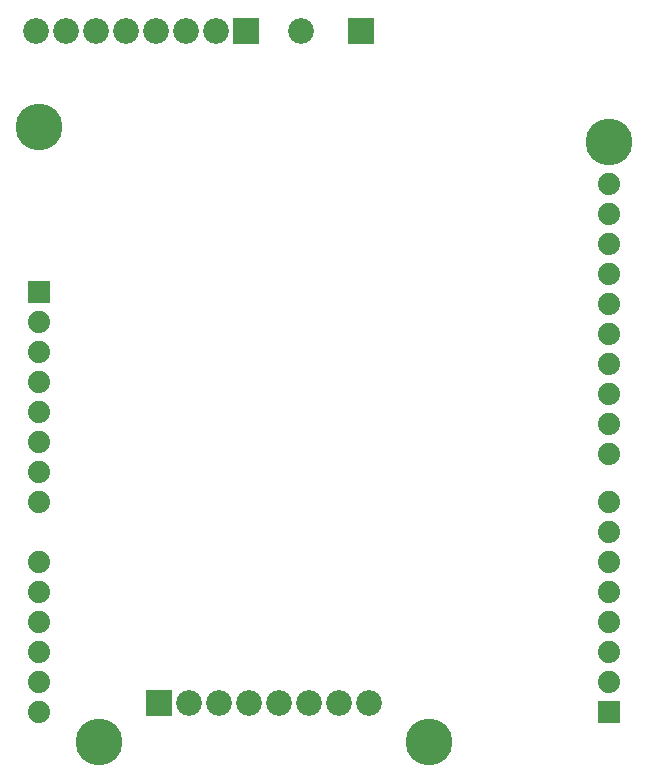
<source format=gbr>
G04 start of page 7 for group -4062 idx -4062 *
G04 Title: (unknown), soldermask *
G04 Creator: pcb 20140316 *
G04 CreationDate: Wed 25 Nov 2015 05:30:27 PM GMT UTC *
G04 For: ndholmes *
G04 Format: Gerber/RS-274X *
G04 PCB-Dimensions (mil): 2100.00 2700.00 *
G04 PCB-Coordinate-Origin: lower left *
%MOIN*%
%FSLAX25Y25*%
%LNBOTTOMMASK*%
%ADD69C,0.0860*%
%ADD68C,0.1560*%
%ADD67C,0.0740*%
%ADD66C,0.0001*%
G54D66*G36*
X196300Y23700D02*Y16300D01*
X203700D01*
Y23700D01*
X196300D01*
G37*
G54D67*X200000Y30000D03*
Y40000D03*
Y50000D03*
Y60000D03*
Y70000D03*
G54D68*X140000Y10000D03*
G54D67*X10000Y130000D03*
Y120000D03*
Y110000D03*
Y100000D03*
G54D66*G36*
X6300Y163700D02*Y156300D01*
X13700D01*
Y163700D01*
X6300D01*
G37*
G54D67*X10000Y150000D03*
Y140000D03*
G54D68*Y215000D03*
G54D66*G36*
X74700Y251300D02*Y242700D01*
X83300D01*
Y251300D01*
X74700D01*
G37*
G36*
X113200D02*Y242700D01*
X121800D01*
Y251300D01*
X113200D01*
G37*
G54D69*X97500Y247000D03*
X69000D03*
X59000D03*
X49000D03*
X39000D03*
X29000D03*
X19000D03*
X9000D03*
G54D67*X200000Y80000D03*
Y90000D03*
Y106000D03*
Y116000D03*
Y126000D03*
Y136000D03*
Y146000D03*
Y156000D03*
Y166000D03*
Y176000D03*
Y186000D03*
Y196000D03*
G54D68*Y210000D03*
G54D67*X10000Y90000D03*
Y70000D03*
Y60000D03*
Y50000D03*
Y40000D03*
Y30000D03*
Y20000D03*
G54D68*X30000Y10000D03*
G54D66*G36*
X45700Y27300D02*Y18700D01*
X54300D01*
Y27300D01*
X45700D01*
G37*
G54D69*X60000Y23000D03*
X70000D03*
X80000D03*
X90000D03*
X100000D03*
X110000D03*
X120000D03*
M02*

</source>
